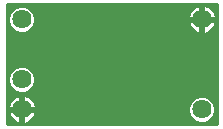
<source format=gbl>
G75*
G70*
%OFA0B0*%
%FSLAX24Y24*%
%IPPOS*%
%LPD*%
%AMOC8*
5,1,8,0,0,1.08239X$1,22.5*
%
%ADD10C,0.0640*%
%ADD11C,0.0436*%
%ADD12C,0.0100*%
%ADD13R,0.0436X0.0436*%
D10*
X001151Y001554D03*
X001151Y002554D03*
X001151Y004554D03*
X007151Y004554D03*
X007151Y001554D03*
D11*
X004833Y001797D03*
D12*
X007651Y001054D02*
X000651Y001054D01*
X000651Y005054D01*
X007651Y005054D01*
X007651Y001054D01*
X007651Y001146D02*
X007340Y001146D01*
X007406Y001173D02*
X007533Y001299D01*
X007601Y001465D01*
X007601Y001644D01*
X007533Y001809D01*
X007406Y001936D01*
X007241Y002004D01*
X007062Y002004D01*
X006896Y001936D01*
X006770Y001809D01*
X006701Y001644D01*
X006701Y001465D01*
X006770Y001299D01*
X006896Y001173D01*
X007062Y001104D01*
X007241Y001104D01*
X007406Y001173D01*
X007477Y001244D02*
X007651Y001244D01*
X007651Y001343D02*
X007551Y001343D01*
X007591Y001441D02*
X007651Y001441D01*
X007651Y001540D02*
X007601Y001540D01*
X007601Y001638D02*
X007651Y001638D01*
X007651Y001737D02*
X007563Y001737D01*
X007506Y001835D02*
X007651Y001835D01*
X007651Y001934D02*
X007408Y001934D01*
X007651Y002032D02*
X000651Y002032D01*
X000651Y001934D02*
X000866Y001934D01*
X000885Y001953D02*
X000753Y001821D01*
X000681Y001648D01*
X000681Y001604D01*
X001101Y001604D01*
X001101Y001504D01*
X001201Y001504D01*
X001201Y001084D01*
X001245Y001084D01*
X001417Y001156D01*
X001550Y001288D01*
X001621Y001461D01*
X001621Y001504D01*
X001201Y001504D01*
X001201Y001604D01*
X001621Y001604D01*
X001621Y001648D01*
X001550Y001821D01*
X001417Y001953D01*
X001245Y002024D01*
X001201Y002024D01*
X001201Y001604D01*
X001101Y001604D01*
X001101Y002024D01*
X001058Y002024D01*
X000885Y001953D01*
X000768Y001835D02*
X000651Y001835D01*
X000651Y001737D02*
X000718Y001737D01*
X000681Y001638D02*
X000651Y001638D01*
X000651Y001540D02*
X001101Y001540D01*
X001101Y001504D02*
X000681Y001504D01*
X000681Y001461D01*
X000753Y001288D01*
X000885Y001156D01*
X001058Y001084D01*
X001101Y001084D01*
X001101Y001504D01*
X001101Y001441D02*
X001201Y001441D01*
X001201Y001343D02*
X001101Y001343D01*
X001101Y001244D02*
X001201Y001244D01*
X001201Y001146D02*
X001101Y001146D01*
X000910Y001146D02*
X000651Y001146D01*
X000651Y001244D02*
X000797Y001244D01*
X000730Y001343D02*
X000651Y001343D01*
X000651Y001441D02*
X000689Y001441D01*
X001101Y001638D02*
X001201Y001638D01*
X001201Y001737D02*
X001101Y001737D01*
X001101Y001835D02*
X001201Y001835D01*
X001201Y001934D02*
X001101Y001934D01*
X001062Y002104D02*
X001241Y002104D01*
X001406Y002173D01*
X001533Y002299D01*
X001601Y002465D01*
X001601Y002644D01*
X001533Y002809D01*
X001406Y002936D01*
X001241Y003004D01*
X001062Y003004D01*
X000896Y002936D01*
X000770Y002809D01*
X000701Y002644D01*
X000701Y002465D01*
X000770Y002299D01*
X000896Y002173D01*
X001062Y002104D01*
X000997Y002131D02*
X000651Y002131D01*
X000651Y002230D02*
X000840Y002230D01*
X000758Y002328D02*
X000651Y002328D01*
X000651Y002427D02*
X000717Y002427D01*
X000701Y002525D02*
X000651Y002525D01*
X000651Y002624D02*
X000701Y002624D01*
X000734Y002722D02*
X000651Y002722D01*
X000651Y002821D02*
X000781Y002821D01*
X000880Y002919D02*
X000651Y002919D01*
X000651Y003018D02*
X007651Y003018D01*
X007651Y002919D02*
X001422Y002919D01*
X001521Y002821D02*
X007651Y002821D01*
X007651Y002722D02*
X001569Y002722D01*
X001601Y002624D02*
X007651Y002624D01*
X007651Y002525D02*
X001601Y002525D01*
X001585Y002427D02*
X007651Y002427D01*
X007651Y002328D02*
X001544Y002328D01*
X001463Y002230D02*
X007651Y002230D01*
X007651Y002131D02*
X001305Y002131D01*
X001436Y001934D02*
X006894Y001934D01*
X006796Y001835D02*
X001535Y001835D01*
X001584Y001737D02*
X006740Y001737D01*
X006701Y001638D02*
X001621Y001638D01*
X001613Y001441D02*
X006711Y001441D01*
X006752Y001343D02*
X001572Y001343D01*
X001506Y001244D02*
X006825Y001244D01*
X006962Y001146D02*
X001393Y001146D01*
X001201Y001540D02*
X006701Y001540D01*
X007651Y003116D02*
X000651Y003116D01*
X000651Y003215D02*
X007651Y003215D01*
X007651Y003314D02*
X000651Y003314D01*
X000651Y003412D02*
X007651Y003412D01*
X007651Y003511D02*
X000651Y003511D01*
X000651Y003609D02*
X007651Y003609D01*
X007651Y003708D02*
X000651Y003708D01*
X000651Y003806D02*
X007651Y003806D01*
X007651Y003905D02*
X000651Y003905D01*
X000651Y004003D02*
X007651Y004003D01*
X007651Y004102D02*
X007287Y004102D01*
X007245Y004084D02*
X007417Y004156D01*
X007550Y004288D01*
X007621Y004461D01*
X007621Y004504D01*
X007201Y004504D01*
X007201Y004084D01*
X007245Y004084D01*
X007201Y004102D02*
X007101Y004102D01*
X007101Y004084D02*
X007101Y004504D01*
X007201Y004504D01*
X007201Y004604D01*
X007621Y004604D01*
X007621Y004648D01*
X007550Y004821D01*
X007417Y004953D01*
X007245Y005024D01*
X007201Y005024D01*
X007201Y004604D01*
X007101Y004604D01*
X007101Y004504D01*
X006681Y004504D01*
X006681Y004461D01*
X006753Y004288D01*
X006885Y004156D01*
X007058Y004084D01*
X007101Y004084D01*
X007015Y004102D02*
X000651Y004102D01*
X000651Y004200D02*
X000869Y004200D01*
X000896Y004173D02*
X001062Y004104D01*
X001241Y004104D01*
X001406Y004173D01*
X001533Y004299D01*
X001601Y004465D01*
X001601Y004644D01*
X001533Y004809D01*
X001406Y004936D01*
X001241Y005004D01*
X001062Y005004D01*
X000896Y004936D01*
X000770Y004809D01*
X000701Y004644D01*
X000701Y004465D01*
X000770Y004299D01*
X000651Y004299D01*
X000651Y004398D02*
X000729Y004398D01*
X000770Y004299D02*
X000896Y004173D01*
X000701Y004496D02*
X000651Y004496D01*
X000651Y004595D02*
X000701Y004595D01*
X000722Y004693D02*
X000651Y004693D01*
X000651Y004792D02*
X000762Y004792D01*
X000851Y004890D02*
X000651Y004890D01*
X000651Y004989D02*
X001024Y004989D01*
X001278Y004989D02*
X006972Y004989D01*
X007058Y005024D02*
X006885Y004953D01*
X006753Y004821D01*
X006681Y004648D01*
X006681Y004604D01*
X007101Y004604D01*
X007101Y005024D01*
X007058Y005024D01*
X007101Y004989D02*
X007201Y004989D01*
X007330Y004989D02*
X007651Y004989D01*
X007651Y004890D02*
X007480Y004890D01*
X007562Y004792D02*
X007651Y004792D01*
X007651Y004693D02*
X007602Y004693D01*
X007651Y004595D02*
X007201Y004595D01*
X007201Y004496D02*
X007101Y004496D01*
X007101Y004595D02*
X001601Y004595D01*
X001601Y004496D02*
X006681Y004496D01*
X006707Y004398D02*
X001573Y004398D01*
X001532Y004299D02*
X006748Y004299D01*
X006840Y004200D02*
X001434Y004200D01*
X001581Y004693D02*
X006700Y004693D01*
X006741Y004792D02*
X001540Y004792D01*
X001452Y004890D02*
X006822Y004890D01*
X007101Y004890D02*
X007201Y004890D01*
X007201Y004792D02*
X007101Y004792D01*
X007101Y004693D02*
X007201Y004693D01*
X007621Y004496D02*
X007651Y004496D01*
X007651Y004398D02*
X007595Y004398D01*
X007554Y004299D02*
X007651Y004299D01*
X007651Y004200D02*
X007462Y004200D01*
X007201Y004200D02*
X007101Y004200D01*
X007101Y004299D02*
X007201Y004299D01*
X007201Y004398D02*
X007101Y004398D01*
D13*
X007257Y002611D03*
M02*

</source>
